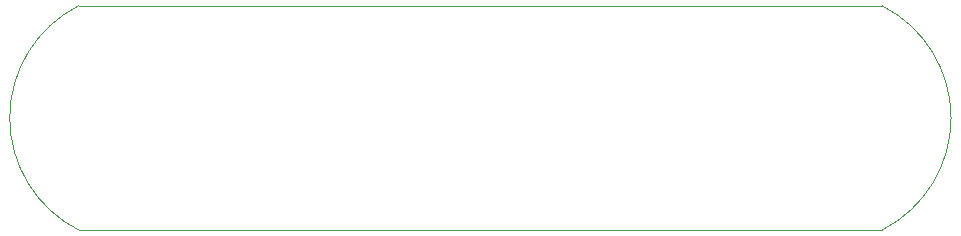
<source format=gm1>
%TF.GenerationSoftware,KiCad,Pcbnew,(5.1.12)-1*%
%TF.CreationDate,2024-01-05T22:51:58+02:00*%
%TF.ProjectId,FlexBandage,466c6578-4261-46e6-9461-67652e6b6963,rev?*%
%TF.SameCoordinates,Original*%
%TF.FileFunction,Profile,NP*%
%FSLAX46Y46*%
G04 Gerber Fmt 4.6, Leading zero omitted, Abs format (unit mm)*
G04 Created by KiCad (PCBNEW (5.1.12)-1) date 2024-01-05 22:51:58*
%MOMM*%
%LPD*%
G01*
G04 APERTURE LIST*
%TA.AperFunction,Profile*%
%ADD10C,0.050000*%
%TD*%
G04 APERTURE END LIST*
D10*
X165330000Y-107930000D02*
G75*
G02*
X165332553Y-126931267I-4787437J-9501277D01*
G01*
X97332563Y-126931287D02*
G75*
G02*
X97330010Y-107930020I4787437J9501277D01*
G01*
X97332563Y-126931287D02*
X165332563Y-126931287D01*
X165330000Y-107930000D02*
X97330010Y-107930020D01*
M02*

</source>
